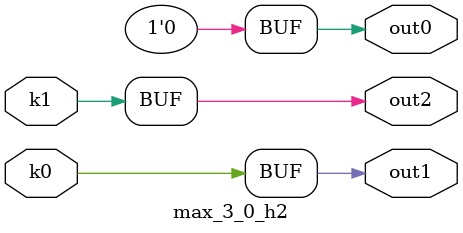
<source format=v>
module max_3_0(pi0, pi1, pi2, pi3, pi4, po0, po1, po2);
input pi0, pi1, pi2, pi3, pi4;
output po0, po1, po2;
wire k0, k1;
max_3_0_w2 DUT1 (pi0, pi1, pi2, pi3, pi4, k0, k1);
max_3_0_h2 DUT2 (k0, k1, po0, po1, po2);
endmodule

module max_3_0_w2(in4, in3, in2, in1, in0, k1, k0);
input in4, in3, in2, in1, in0;
output k1, k0;
assign k0 =   (~in4 | (in3 & (in1 | in2))) & (in3 | in1 | in2);
assign k1 =   in0;
endmodule

module max_3_0_h2(k1, k0, out2, out1, out0);
input k1, k0;
output out2, out1, out0;
assign out0 = 0;
assign out1 = k0;
assign out2 = k1;
endmodule

</source>
